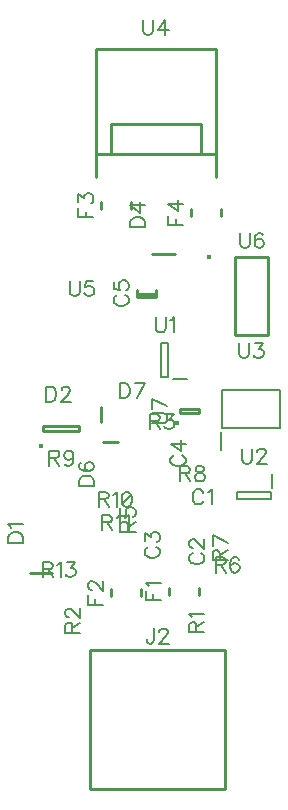
<source format=gbr>
G04 DipTrace 3.2.0.1*
G04 TopSilk.gbr*
%MOIN*%
G04 #@! TF.FileFunction,Legend,Top*
G04 #@! TF.Part,Single*
%ADD10C,0.009843*%
%ADD15C,0.015404*%
%ADD23C,0.007874*%
%ADD26C,0.015431*%
%ADD27C,0.01576*%
%ADD55C,0.00772*%
%FSLAX26Y26*%
G04*
G70*
G90*
G75*
G01*
G04 TopSilk*
%LPD*%
X887465Y2057669D2*
D10*
X824535D1*
X887465Y2050220D2*
X824535D1*
X887465D2*
Y2073780D1*
X824535Y2050220D2*
Y2073780D1*
X468500Y1128499D2*
X543500D1*
D15*
X503749Y1551016D3*
X512950Y1601157D2*
D10*
X631055D1*
Y1620843D1*
X512950D1*
Y1601157D1*
X875500Y2191499D2*
X950500D1*
X763002Y1564500D2*
X712998D1*
X704500Y1681002D2*
Y1630998D1*
X932783Y1056220D2*
Y1079780D1*
X1031217Y1056220D2*
Y1079780D1*
X837217Y1075780D2*
Y1052220D1*
X738783Y1075780D2*
Y1052220D1*
X706783Y2343220D2*
Y2366780D1*
X805217Y2343220D2*
Y2366780D1*
X1006783Y2318220D2*
Y2341780D1*
X1105217Y2318220D2*
Y2341780D1*
X1119000Y408486D2*
X669000D1*
Y871000D1*
X1119000D1*
Y408486D1*
X929806Y1781911D2*
D23*
X906194D1*
Y1896089D1*
X929806D1*
Y1781911D1*
X990839Y1776014D2*
X943597D1*
X1273089Y1399806D2*
Y1376194D1*
X1158911D1*
Y1399806D1*
X1273089D1*
X1275059Y1460839D2*
Y1413597D1*
X1110033Y1612769D2*
Y1738774D1*
X1302967D1*
Y1612769D1*
X1110033D1*
X1104923Y1538973D2*
Y1599013D1*
X738200Y2625005D2*
D10*
X1038000D1*
Y2525015D1*
X738200D1*
Y2625005D1*
X688000Y2874980D2*
X1088000D1*
Y2525015D1*
X688000D1*
Y2874980D1*
X1088000Y2549990D2*
Y2450000D1*
X688000Y2549990D2*
Y2450000D1*
D26*
X1063632Y2181880D3*
X1152882Y2182933D2*
D10*
Y1923090D1*
X1263118Y2182933D2*
Y1923090D1*
X1152882D2*
X1263118D1*
X1152882Y2182933D2*
X1263118D1*
X969045Y1663394D2*
X1032043D1*
Y1675206D1*
X969045D1*
Y1663394D1*
D27*
X957237Y1629936D3*
X1046219Y1395970D2*
D55*
X1043842Y1400723D1*
X1039034Y1405532D1*
X1034280Y1407908D1*
X1024719D1*
X1019910Y1405532D1*
X1015157Y1400723D1*
X1012725Y1395970D1*
X1010349Y1388785D1*
Y1376791D1*
X1012725Y1369662D1*
X1015157Y1364853D1*
X1019910Y1360100D1*
X1024719Y1357668D1*
X1034280D1*
X1039034Y1360100D1*
X1043842Y1364853D1*
X1046219Y1369662D1*
X1061658Y1398291D2*
X1066466Y1400723D1*
X1073651Y1407853D1*
Y1357668D1*
X1011130Y1194769D2*
X1006377Y1192392D1*
X1001569Y1187584D1*
X999192Y1182831D1*
Y1173269D1*
X1001568Y1168461D1*
X1006377Y1163707D1*
X1011130Y1161275D1*
X1018315Y1158899D1*
X1030309D1*
X1037438Y1161275D1*
X1042247Y1163707D1*
X1047000Y1168460D1*
X1049432Y1173269D1*
Y1182831D1*
X1047000Y1187584D1*
X1042247Y1192392D1*
X1037438Y1194769D1*
X1011185Y1212640D2*
X1008809D1*
X1004000Y1215016D1*
X1001624Y1217393D1*
X999247Y1222201D1*
Y1231763D1*
X1001624Y1236516D1*
X1004000Y1238893D1*
X1008809Y1241325D1*
X1013562D1*
X1018370Y1238893D1*
X1025500Y1234140D1*
X1049432Y1210208D1*
Y1243701D1*
X863030Y1216504D2*
X858277Y1214128D1*
X853469Y1209319D1*
X851092Y1204566D1*
Y1195004D1*
X853468Y1190196D1*
X858277Y1185443D1*
X863030Y1183011D1*
X870215Y1180634D1*
X882209D1*
X889338Y1183011D1*
X894147Y1185443D1*
X898900Y1190196D1*
X901332Y1195004D1*
Y1204566D1*
X898900Y1209319D1*
X894147Y1214128D1*
X889338Y1216504D1*
X851147Y1236752D2*
Y1263005D1*
X870270Y1248690D1*
Y1255875D1*
X872647Y1260628D1*
X875024Y1263005D1*
X882209Y1265437D1*
X886962D1*
X894147Y1263005D1*
X898955Y1258252D1*
X901332Y1251067D1*
Y1243882D1*
X898955Y1236752D1*
X896523Y1234375D1*
X891770Y1231943D1*
X948730Y1521180D2*
X943977Y1518804D1*
X939169Y1513995D1*
X936792Y1509242D1*
Y1499681D1*
X939168Y1494872D1*
X943977Y1490119D1*
X948730Y1487687D1*
X955915Y1485311D1*
X967909D1*
X975038Y1487687D1*
X979847Y1490119D1*
X984600Y1494872D1*
X987032Y1499681D1*
Y1509242D1*
X984600Y1513995D1*
X979847Y1518804D1*
X975038Y1521180D1*
X987032Y1560551D2*
X936847D1*
X970285Y1536620D1*
Y1572490D1*
X759282Y2055469D2*
X754529Y2053092D1*
X749720Y2048284D1*
X747344Y2043531D1*
Y2033969D1*
X749720Y2029161D1*
X754529Y2024407D1*
X759282Y2021975D1*
X766467Y2019599D1*
X778461D1*
X785590Y2021975D1*
X790399Y2024407D1*
X795152Y2029160D1*
X797584Y2033969D1*
Y2043531D1*
X795152Y2048284D1*
X790399Y2053092D1*
X785590Y2055469D1*
X747399Y2099593D2*
Y2075716D1*
X768899Y2073340D1*
X766522Y2075716D1*
X764091Y2082901D1*
Y2090031D1*
X766522Y2097216D1*
X771276Y2102025D1*
X778461Y2104401D1*
X783214D1*
X790399Y2102025D1*
X795207Y2097216D1*
X797584Y2090031D1*
Y2082901D1*
X795207Y2075716D1*
X792775Y2073340D1*
X788022Y2070908D1*
X395277Y1230763D2*
X445517D1*
Y1247509D1*
X443085Y1254694D1*
X438332Y1259503D1*
X433524Y1261879D1*
X426394Y1264256D1*
X414400D1*
X407215Y1261880D1*
X402462Y1259503D1*
X397654Y1254695D1*
X395277Y1247509D1*
Y1230763D1*
X404894Y1279695D2*
X402462Y1284504D1*
X395332Y1291689D1*
X445517D1*
X522338Y1750168D2*
Y1699928D1*
X539085D1*
X546270Y1702360D1*
X551078Y1707113D1*
X553455Y1711921D1*
X555832Y1719051D1*
Y1731045D1*
X553455Y1738230D1*
X551078Y1742983D1*
X546270Y1747791D1*
X539085Y1750168D1*
X522338D1*
X573703Y1738174D2*
Y1740551D1*
X576079Y1745360D1*
X578456Y1747736D1*
X583264Y1750113D1*
X592826D1*
X597579Y1747736D1*
X599956Y1745360D1*
X602388Y1740551D1*
Y1735798D1*
X599956Y1730989D1*
X595203Y1723860D1*
X571271Y1699928D1*
X604764D1*
X802277Y2281825D2*
X852517D1*
Y2298571D1*
X850085Y2305756D1*
X845332Y2310565D1*
X840524Y2312941D1*
X833394Y2315318D1*
X821400D1*
X814215Y2312941D1*
X809462Y2310565D1*
X804654Y2305756D1*
X802277Y2298571D1*
Y2281825D1*
X852517Y2354689D2*
X802332D1*
X835770Y2330757D1*
Y2366627D1*
X631706Y1419827D2*
X681946D1*
Y1436574D1*
X679514Y1443759D1*
X674761Y1448567D1*
X669953Y1450944D1*
X662823Y1453321D1*
X650829D1*
X643644Y1450944D1*
X638891Y1448567D1*
X634083Y1443759D1*
X631706Y1436574D1*
Y1419827D1*
X638891Y1497445D2*
X634138Y1495068D1*
X631761Y1487883D1*
Y1483130D1*
X634138Y1475945D1*
X641323Y1471136D1*
X653261Y1468760D1*
X665199D1*
X674761Y1471136D1*
X679570Y1475945D1*
X681946Y1483130D1*
Y1485506D1*
X679570Y1492636D1*
X674761Y1497445D1*
X667576Y1499821D1*
X665199D1*
X658014Y1497445D1*
X653261Y1492636D1*
X650885Y1485506D1*
Y1483130D1*
X653261Y1475945D1*
X658014Y1471136D1*
X665199Y1468760D1*
X767963Y1762294D2*
Y1712054D1*
X784710D1*
X791895Y1714486D1*
X796703Y1719239D1*
X799080Y1724047D1*
X801456Y1731177D1*
Y1743171D1*
X799080Y1750356D1*
X796703Y1755109D1*
X791895Y1759917D1*
X784710Y1762294D1*
X767963D1*
X826457Y1712054D2*
X850389Y1762239D1*
X816895D1*
X855627Y1069842D2*
Y1038725D1*
X905867D1*
X879559D2*
Y1057849D1*
X865244Y1085281D2*
X862812Y1090090D1*
X855683Y1097275D1*
X905867D1*
X661627Y1055092D2*
Y1023975D1*
X711867D1*
X685559D2*
Y1043099D1*
X673621Y1072963D2*
X671244D1*
X666436Y1075340D1*
X664059Y1077716D1*
X661683Y1082525D1*
Y1092087D1*
X664059Y1096840D1*
X666436Y1099216D1*
X671244Y1101648D1*
X675997D1*
X680806Y1099216D1*
X687936Y1094463D1*
X711867Y1070531D1*
Y1104025D1*
X629627Y2346092D2*
Y2314975D1*
X679867D1*
X653559D2*
Y2334099D1*
X629683Y2366340D2*
Y2392593D1*
X648806Y2378278D1*
Y2385463D1*
X651182Y2390216D1*
X653559Y2392593D1*
X660744Y2395025D1*
X665497D1*
X672682Y2392593D1*
X677491Y2387840D1*
X679867Y2380655D1*
Y2373470D1*
X677491Y2366340D1*
X675059Y2363963D1*
X670306Y2361531D1*
X929627Y2319904D2*
Y2288787D1*
X979867D1*
X953559D2*
Y2307910D1*
X979867Y2359275D2*
X929683D1*
X963121Y2335343D1*
Y2371213D1*
X881500Y944223D2*
Y905977D1*
X879123Y898792D1*
X876691Y896415D1*
X871938Y893983D1*
X867129D1*
X862376Y896415D1*
X860000Y898792D1*
X857568Y905977D1*
Y910730D1*
X899371Y932230D2*
Y934606D1*
X901747Y939415D1*
X904124Y941791D1*
X908932Y944168D1*
X918494D1*
X923247Y941791D1*
X925624Y939415D1*
X928056Y934606D1*
Y929853D1*
X925624Y925045D1*
X920871Y917915D1*
X896939Y893983D1*
X930432D1*
X1023124Y932937D2*
Y954437D1*
X1020692Y961622D1*
X1018315Y964054D1*
X1013562Y966430D1*
X1008754D1*
X1004000Y964054D1*
X1001569Y961622D1*
X999192Y954437D1*
Y932937D1*
X1049432D1*
X1023124Y949684D2*
X1049432Y966430D1*
X1008809Y981870D2*
X1006377Y986678D1*
X999247Y993863D1*
X1049432D1*
X609724Y929987D2*
Y951487D1*
X607292Y958672D1*
X604915Y961104D1*
X600162Y963480D1*
X595354D1*
X590600Y961104D1*
X588169Y958672D1*
X585792Y951487D1*
Y929987D1*
X636032D1*
X609724Y946734D2*
X636032Y963480D1*
X597785Y981352D2*
X595409D1*
X590600Y983728D1*
X588224Y986105D1*
X585847Y990913D1*
Y1000475D1*
X588224Y1005228D1*
X590600Y1007605D1*
X595409Y1010036D1*
X600162D1*
X604970Y1007605D1*
X612100Y1002851D1*
X636032Y978920D1*
Y1012413D1*
X867587Y1635019D2*
X889087D1*
X896272Y1637451D1*
X898704Y1639827D1*
X901080Y1644581D1*
Y1649389D1*
X898704Y1654142D1*
X896272Y1656574D1*
X889087Y1658951D1*
X867587D1*
Y1608711D1*
X884334Y1635019D2*
X901080Y1608711D1*
X921328Y1658895D2*
X947581D1*
X933266Y1639772D1*
X940451D1*
X945205Y1637396D1*
X947581Y1635019D1*
X950013Y1627834D1*
Y1623081D1*
X947581Y1615896D1*
X942828Y1611087D1*
X935643Y1608711D1*
X928458D1*
X921328Y1611087D1*
X918951Y1613519D1*
X916520Y1618272D1*
X794024Y1266787D2*
Y1288287D1*
X791592Y1295472D1*
X789215Y1297904D1*
X784462Y1300280D1*
X779654D1*
X774900Y1297904D1*
X772469Y1295472D1*
X770092Y1288287D1*
Y1266787D1*
X820332D1*
X794024Y1283534D2*
X820332Y1300280D1*
X770147Y1344405D2*
Y1320528D1*
X791647Y1318152D1*
X789270Y1320528D1*
X786839Y1327713D1*
Y1334843D1*
X789270Y1342028D1*
X794024Y1346836D1*
X801209Y1349213D1*
X805962D1*
X813147Y1346836D1*
X817955Y1342028D1*
X820332Y1334843D1*
Y1327713D1*
X817955Y1320528D1*
X815523Y1318152D1*
X810770Y1315720D1*
X1087203Y1157176D2*
X1108703D1*
X1115888Y1159608D1*
X1118320Y1161985D1*
X1120696Y1166738D1*
Y1171546D1*
X1118320Y1176300D1*
X1115888Y1178732D1*
X1108703Y1181108D1*
X1087203D1*
Y1130868D1*
X1103950Y1157176D2*
X1120696Y1130868D1*
X1164820Y1173923D2*
X1162444Y1178676D1*
X1155259Y1181053D1*
X1150506D1*
X1143321Y1178676D1*
X1138512Y1171491D1*
X1136136Y1159553D1*
Y1147615D1*
X1138512Y1138053D1*
X1143321Y1133245D1*
X1150506Y1130868D1*
X1152882D1*
X1160012Y1133245D1*
X1164820Y1138053D1*
X1167197Y1145238D1*
Y1147615D1*
X1164820Y1154800D1*
X1160012Y1159553D1*
X1152882Y1161930D1*
X1150506D1*
X1143321Y1159553D1*
X1138512Y1154800D1*
X1136136Y1147615D1*
X1101124Y1171787D2*
Y1193287D1*
X1098692Y1200472D1*
X1096315Y1202904D1*
X1091562Y1205280D1*
X1086754D1*
X1082000Y1202904D1*
X1079569Y1200472D1*
X1077192Y1193287D1*
Y1171787D1*
X1127432D1*
X1101124Y1188534D2*
X1127432Y1205280D1*
Y1230281D2*
X1077247Y1254213D1*
Y1220720D1*
X969015Y1461376D2*
X990515D1*
X997700Y1463808D1*
X1000131Y1466185D1*
X1002508Y1470938D1*
Y1475746D1*
X1000131Y1480500D1*
X997700Y1482932D1*
X990515Y1485308D1*
X969015D1*
Y1435068D1*
X985761Y1461376D2*
X1002508Y1435068D1*
X1029885Y1485253D2*
X1022756Y1482876D1*
X1020324Y1478123D1*
Y1473315D1*
X1022756Y1468561D1*
X1027509Y1466130D1*
X1037071Y1463753D1*
X1044256Y1461376D1*
X1049009Y1456568D1*
X1051385Y1451815D1*
Y1444630D1*
X1049009Y1439877D1*
X1046632Y1437445D1*
X1039447Y1435068D1*
X1029885D1*
X1022756Y1437445D1*
X1020324Y1439877D1*
X1017947Y1444630D1*
Y1451815D1*
X1020324Y1456568D1*
X1025132Y1461376D1*
X1032262Y1463753D1*
X1041824Y1466130D1*
X1046632Y1468561D1*
X1049009Y1473315D1*
Y1478123D1*
X1046632Y1482876D1*
X1039447Y1485253D1*
X1029885D1*
X532975Y1512976D2*
X554475D1*
X561660Y1515408D1*
X564092Y1517785D1*
X566469Y1522538D1*
Y1527346D1*
X564092Y1532100D1*
X561660Y1534532D1*
X554475Y1536908D1*
X532975D1*
Y1486668D1*
X549722Y1512976D2*
X566469Y1486668D1*
X613025Y1520161D2*
X610593Y1512976D1*
X605840Y1508168D1*
X598655Y1505791D1*
X596278D1*
X589093Y1508168D1*
X584340Y1512976D1*
X581908Y1520161D1*
Y1522538D1*
X584340Y1529723D1*
X589093Y1534476D1*
X596278Y1536853D1*
X598655D1*
X605840Y1534476D1*
X610593Y1529723D1*
X613025Y1520161D1*
Y1508168D1*
X610593Y1496230D1*
X605840Y1489045D1*
X598655Y1486668D1*
X593901D1*
X586716Y1489045D1*
X584340Y1493853D1*
X697871Y1375576D2*
X719371D1*
X726556Y1378008D1*
X728987Y1380385D1*
X731364Y1385138D1*
Y1389946D1*
X728987Y1394700D1*
X726556Y1397132D1*
X719371Y1399508D1*
X697871D1*
Y1349268D1*
X714617Y1375576D2*
X731364Y1349268D1*
X746803Y1389891D2*
X751612Y1392323D1*
X758797Y1399453D1*
Y1349268D1*
X788606Y1399453D2*
X781421Y1397076D1*
X776613Y1389891D1*
X774236Y1377953D1*
Y1370768D1*
X776613Y1358830D1*
X781421Y1351645D1*
X788606Y1349268D1*
X793359D1*
X800544Y1351645D1*
X805297Y1358830D1*
X807729Y1370768D1*
Y1377953D1*
X805297Y1389891D1*
X800544Y1397076D1*
X793359Y1399453D1*
X788606D1*
X805297Y1389891D2*
X776613Y1358830D1*
X708621Y1297576D2*
X730120D1*
X737305Y1300008D1*
X739737Y1302385D1*
X742114Y1307138D1*
Y1311946D1*
X739737Y1316700D1*
X737305Y1319132D1*
X730120Y1321508D1*
X708621D1*
Y1271268D1*
X725367Y1297576D2*
X742114Y1271268D1*
X757553Y1311891D2*
X762362Y1314323D1*
X769547Y1321453D1*
Y1271268D1*
X784986Y1311891D2*
X789794Y1314323D1*
X796979Y1321453D1*
Y1271268D1*
X510671Y1141576D2*
X532171D1*
X539356Y1144008D1*
X541787Y1146385D1*
X544164Y1151138D1*
Y1155946D1*
X541787Y1160700D1*
X539356Y1163132D1*
X532171Y1165508D1*
X510671D1*
Y1115268D1*
X527417Y1141576D2*
X544164Y1115268D1*
X559603Y1155891D2*
X564412Y1158323D1*
X571597Y1165453D1*
Y1115268D1*
X591844Y1165453D2*
X618097D1*
X603783Y1146330D1*
X610968D1*
X615721Y1143953D1*
X618097Y1141576D1*
X620529Y1134391D1*
Y1129638D1*
X618097Y1122453D1*
X613344Y1117645D1*
X606159Y1115268D1*
X598974D1*
X591844Y1117645D1*
X589468Y1120077D1*
X587036Y1124830D1*
X887537Y1981121D2*
Y1945251D1*
X889914Y1938066D1*
X894722Y1933313D1*
X901907Y1930881D1*
X906660D1*
X913845Y1933313D1*
X918654Y1938066D1*
X921030Y1945251D1*
Y1981121D1*
X936470Y1971504D2*
X941278Y1973936D1*
X948463Y1981065D1*
Y1930881D1*
X1174787Y1543900D2*
Y1508030D1*
X1177164Y1500845D1*
X1181972Y1496092D1*
X1189157Y1493660D1*
X1193910D1*
X1201095Y1496092D1*
X1205904Y1500845D1*
X1208280Y1508030D1*
Y1543900D1*
X1226151Y1531907D2*
Y1534283D1*
X1228528Y1539092D1*
X1230905Y1541468D1*
X1235713Y1543845D1*
X1245275D1*
X1250028Y1541468D1*
X1252405Y1539092D1*
X1254836Y1534283D1*
Y1529530D1*
X1252405Y1524722D1*
X1247651Y1517592D1*
X1223720Y1493660D1*
X1257213D1*
X1165287Y1895648D2*
Y1859778D1*
X1167664Y1852593D1*
X1172472Y1847840D1*
X1179657Y1845408D1*
X1184410D1*
X1191595Y1847840D1*
X1196404Y1852593D1*
X1198780Y1859778D1*
Y1895648D1*
X1219028Y1895593D2*
X1245281D1*
X1230966Y1876470D1*
X1238151D1*
X1242905Y1874093D1*
X1245281Y1871717D1*
X1247713Y1864532D1*
Y1859778D1*
X1245281Y1852593D1*
X1240528Y1847785D1*
X1233343Y1845408D1*
X1226158D1*
X1219028Y1847785D1*
X1216651Y1850217D1*
X1214220Y1854970D1*
X845599Y2973223D2*
Y2937353D1*
X847975Y2930168D1*
X852784Y2925415D1*
X859969Y2922983D1*
X864722D1*
X871907Y2925415D1*
X876715Y2930168D1*
X879092Y2937353D1*
Y2973223D1*
X918463Y2922983D2*
Y2973168D1*
X894531Y2939730D1*
X930401D1*
X600762Y2102973D2*
Y2067103D1*
X603139Y2059918D1*
X607947Y2055165D1*
X615132Y2052733D1*
X619885D1*
X627070Y2055165D1*
X631879Y2059918D1*
X634255Y2067103D1*
Y2102973D1*
X678380Y2102918D2*
X654503D1*
X652127Y2081418D1*
X654503Y2083795D1*
X661688Y2086226D1*
X668818D1*
X676003Y2083795D1*
X680811Y2079041D1*
X683188Y2071856D1*
Y2067103D1*
X680811Y2059918D1*
X676003Y2055110D1*
X668818Y2052733D1*
X661688D1*
X654503Y2055110D1*
X652127Y2057542D1*
X649695Y2062295D1*
X1168003Y2262818D2*
Y2226948D1*
X1170380Y2219763D1*
X1175188Y2215010D1*
X1182373Y2212578D1*
X1187126D1*
X1194311Y2215010D1*
X1199120Y2219763D1*
X1201496Y2226948D1*
Y2262818D1*
X1245620Y2255633D2*
X1243244Y2260386D1*
X1236059Y2262763D1*
X1231306D1*
X1224121Y2260386D1*
X1219312Y2253201D1*
X1216936Y2241263D1*
Y2229325D1*
X1219312Y2219763D1*
X1224121Y2214955D1*
X1231306Y2212578D1*
X1233682D1*
X1240812Y2214955D1*
X1245620Y2219763D1*
X1247997Y2226948D1*
Y2229325D1*
X1245620Y2236510D1*
X1240812Y2241263D1*
X1233682Y2243640D1*
X1231306D1*
X1224121Y2241263D1*
X1219312Y2236510D1*
X1216936Y2229325D1*
X876134Y1628087D2*
X912004D1*
X919189Y1630464D1*
X923943Y1635272D1*
X926374Y1642457D1*
Y1647210D1*
X923943Y1654395D1*
X919189Y1659204D1*
X912004Y1661580D1*
X876134D1*
X926374Y1686581D2*
X876190Y1710513D1*
Y1677020D1*
M02*

</source>
